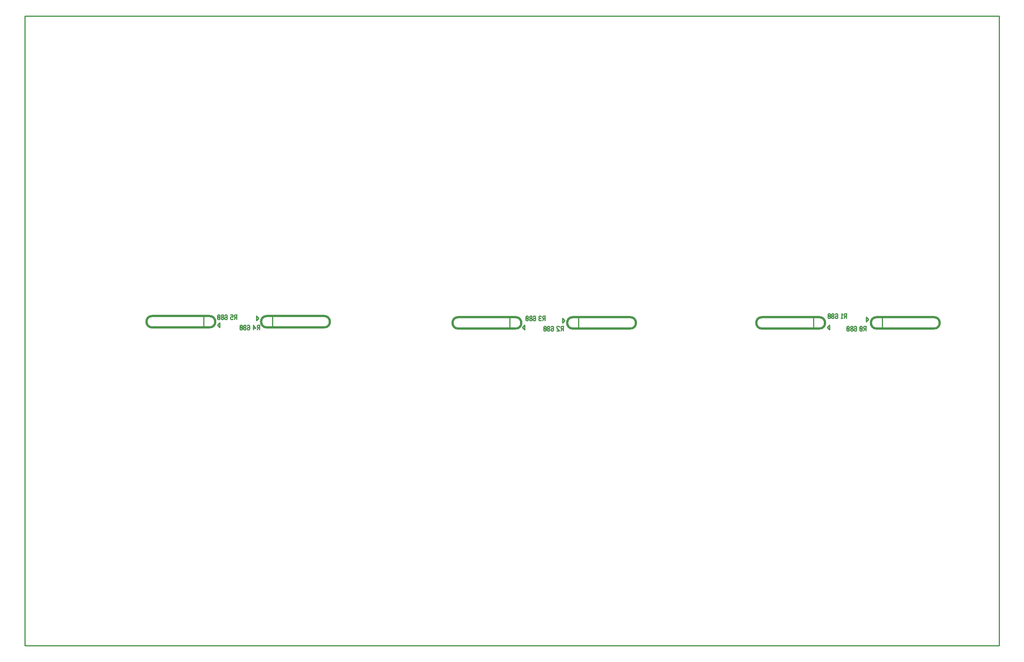
<source format=gbr>
G04 start of page 12 for group -4078 idx -4078 *
G04 Title: 24SSR-DC, bottomsilk *
G04 Creator: pcb 20110918 *
G04 CreationDate: 五 12/20 18:00:37 2013 UTC *
G04 For: steve *
G04 Format: Gerber/RS-274X *
G04 PCB-Dimensions: 850000 550000 *
G04 PCB-Coordinate-Origin: lower left *
%MOIN*%
%FSLAX25Y25*%
%LNBOTTOMSILK*%
%ADD241C,0.0200*%
%ADD240C,0.0100*%
G54D240*X0Y550000D02*Y0D01*
Y550000D02*X850000D01*
X0Y0D02*X850000D01*
Y550000D02*Y0D01*
X434000Y278000D02*X436000Y280000D01*
X700000Y278000D02*X702000Y280000D01*
Y276000D01*
X700000Y278000D01*
X168000Y280000D02*X170000Y282000D01*
Y278000D01*
X168000Y280000D01*
X204000Y286000D02*X202000Y288000D01*
Y284000D01*
X204000Y286000D01*
X436000Y280000D02*Y276000D01*
X434000Y278000D01*
X471000Y284000D02*X469000Y286000D01*
Y282000D02*X471000Y284000D01*
X736000Y285000D02*X734000Y287000D01*
Y283000D01*
X736000Y285000D01*
X469000Y286000D02*Y282000D01*
G54D241*X643000Y277000D02*X693000D01*
X643000Y287000D02*X693000D01*
G54D240*X688000Y277000D02*Y287000D01*
G54D241*X693000Y277000D02*G75*G03X693000Y287000I0J5000D01*G01*
X643000D02*G75*G03X643000Y277000I0J-5000D01*G01*
X743000Y287000D02*X793000D01*
X743000Y277000D02*X793000D01*
G54D240*X748000D02*Y287000D01*
G54D241*X743000D02*G75*G03X743000Y277000I0J-5000D01*G01*
X793000D02*G75*G03X793000Y287000I0J5000D01*G01*
X211000Y288000D02*X261000D01*
X211000Y278000D02*X261000D01*
G54D240*X216000D02*Y288000D01*
G54D241*X211000D02*G75*G03X211000Y278000I0J-5000D01*G01*
X261000D02*G75*G03X261000Y288000I0J5000D01*G01*
X111000Y278000D02*X161000D01*
X111000Y288000D02*X161000D01*
G54D240*X156000Y278000D02*Y288000D01*
G54D241*X161000Y278000D02*G75*G03X161000Y288000I0J5000D01*G01*
X111000D02*G75*G03X111000Y278000I0J-5000D01*G01*
X378000Y277000D02*X428000D01*
X378000Y287000D02*X428000D01*
G54D240*X423000Y277000D02*Y287000D01*
G54D241*X428000Y277000D02*G75*G03X428000Y287000I0J5000D01*G01*
X378000D02*G75*G03X378000Y277000I0J-5000D01*G01*
X478000Y287000D02*X528000D01*
X478000Y277000D02*X528000D01*
G54D240*X483000D02*Y287000D01*
G54D241*X478000D02*G75*G03X478000Y277000I0J-5000D01*G01*
X528000D02*G75*G03X528000Y287000I0J5000D01*G01*
G54D240*X203000Y280000D02*X205000D01*
X203000D02*X202500Y279500D01*
Y278500D02*Y279500D01*
X203000Y278000D02*X202500Y278500D01*
X203000Y278000D02*X204500D01*
Y276000D02*Y280000D01*
X203700Y278000D02*X202500Y276000D01*
X201300Y277500D02*X199300Y280000D01*
X198800Y277500D02*X201300D01*
X199300Y276000D02*Y280000D01*
X194300D02*X193800Y279500D01*
X194300Y280000D02*X195300D01*
X195800Y279500D02*X195300Y280000D01*
X195800Y276500D02*Y279500D01*
Y276500D02*X195300Y276000D01*
X194300Y278200D02*X193800Y277700D01*
X194300Y278200D02*X195800D01*
X194300Y276000D02*X195300D01*
X194300D02*X193800Y276500D01*
Y277700D01*
X192600Y276500D02*X192100Y276000D01*
X192600Y276500D02*Y277300D01*
X191900Y278000D01*
X191300D02*X191900D01*
X191300D02*X190600Y277300D01*
Y276500D02*Y277300D01*
X191100Y276000D02*X190600Y276500D01*
X191100Y276000D02*X192100D01*
X192600Y278700D02*X191900Y278000D01*
X192600Y278700D02*Y279500D01*
X192100Y280000D01*
X191100D02*X192100D01*
X191100D02*X190600Y279500D01*
Y278700D02*Y279500D01*
X191300Y278000D02*X190600Y278700D01*
X189400Y276500D02*X188900Y276000D01*
X189400Y276500D02*Y279500D01*
X188900Y280000D01*
X187900D02*X188900D01*
X187900D02*X187400Y279500D01*
Y276500D02*Y279500D01*
X187900Y276000D02*X187400Y276500D01*
X187900Y276000D02*X188900D01*
X189400Y277000D02*X187400Y279000D01*
X183000Y289000D02*X185000D01*
X183000D02*X182500Y288500D01*
Y287500D02*Y288500D01*
X183000Y287000D02*X182500Y287500D01*
X183000Y287000D02*X184500D01*
Y285000D02*Y289000D01*
X183700Y287000D02*X182500Y285000D01*
X179300Y289000D02*X181300D01*
Y287000D02*Y289000D01*
Y287000D02*X180800Y287500D01*
X179800D02*X180800D01*
X179800D02*X179300Y287000D01*
Y285500D02*Y287000D01*
X179800Y285000D02*X179300Y285500D01*
X179800Y285000D02*X180800D01*
X181300Y285500D02*X180800Y285000D01*
X174800Y289000D02*X174300Y288500D01*
X174800Y289000D02*X175800D01*
X176300Y288500D02*X175800Y289000D01*
X176300Y285500D02*Y288500D01*
Y285500D02*X175800Y285000D01*
X174800Y287200D02*X174300Y286700D01*
X174800Y287200D02*X176300D01*
X174800Y285000D02*X175800D01*
X174800D02*X174300Y285500D01*
Y286700D01*
X173100Y285500D02*X172600Y285000D01*
X173100Y285500D02*Y286300D01*
X172400Y287000D01*
X171800D02*X172400D01*
X171800D02*X171100Y286300D01*
Y285500D02*Y286300D01*
X171600Y285000D02*X171100Y285500D01*
X171600Y285000D02*X172600D01*
X173100Y287700D02*X172400Y287000D01*
X173100Y287700D02*Y288500D01*
X172600Y289000D01*
X171600D02*X172600D01*
X171600D02*X171100Y288500D01*
Y287700D02*Y288500D01*
X171800Y287000D02*X171100Y287700D01*
X169900Y285500D02*X169400Y285000D01*
X169900Y285500D02*Y288500D01*
X169400Y289000D01*
X168400D02*X169400D01*
X168400D02*X167900Y288500D01*
Y285500D02*Y288500D01*
X168400Y285000D02*X167900Y285500D01*
X168400Y285000D02*X169400D01*
X169900Y286000D02*X167900Y288000D01*
X468000Y279000D02*X470000D01*
X468000D02*X467500Y278500D01*
Y277500D02*Y278500D01*
X468000Y277000D02*X467500Y277500D01*
X468000Y277000D02*X469500D01*
Y275000D02*Y279000D01*
X468700Y277000D02*X467500Y275000D01*
X466300Y278500D02*X465800Y279000D01*
X464300D02*X465800D01*
X464300D02*X463800Y278500D01*
Y277500D02*Y278500D01*
X466300Y275000D02*X463800Y277500D01*
Y275000D02*X466300D01*
X459300Y279000D02*X458800Y278500D01*
X459300Y279000D02*X460300D01*
X460800Y278500D02*X460300Y279000D01*
X460800Y275500D02*Y278500D01*
Y275500D02*X460300Y275000D01*
X459300Y277200D02*X458800Y276700D01*
X459300Y277200D02*X460800D01*
X459300Y275000D02*X460300D01*
X459300D02*X458800Y275500D01*
Y276700D01*
X457600Y275500D02*X457100Y275000D01*
X457600Y275500D02*Y276300D01*
X456900Y277000D01*
X456300D02*X456900D01*
X456300D02*X455600Y276300D01*
Y275500D02*Y276300D01*
X456100Y275000D02*X455600Y275500D01*
X456100Y275000D02*X457100D01*
X457600Y277700D02*X456900Y277000D01*
X457600Y277700D02*Y278500D01*
X457100Y279000D01*
X456100D02*X457100D01*
X456100D02*X455600Y278500D01*
Y277700D02*Y278500D01*
X456300Y277000D02*X455600Y277700D01*
X454400Y275500D02*X453900Y275000D01*
X454400Y275500D02*Y278500D01*
X453900Y279000D01*
X452900D02*X453900D01*
X452900D02*X452400Y278500D01*
Y275500D02*Y278500D01*
X452900Y275000D02*X452400Y275500D01*
X452900Y275000D02*X453900D01*
X454400Y276000D02*X452400Y278000D01*
X452000Y288000D02*X454000D01*
X452000D02*X451500Y287500D01*
Y286500D02*Y287500D01*
X452000Y286000D02*X451500Y286500D01*
X452000Y286000D02*X453500D01*
Y284000D02*Y288000D01*
X452700Y286000D02*X451500Y284000D01*
X450300Y287500D02*X449800Y288000D01*
X448800D02*X449800D01*
X448800D02*X448300Y287500D01*
X448800Y284000D02*X448300Y284500D01*
X448800Y284000D02*X449800D01*
X450300Y284500D02*X449800Y284000D01*
X448800Y286200D02*X449800D01*
X448300Y286700D02*Y287500D01*
Y284500D02*Y285700D01*
X448800Y286200D01*
X448300Y286700D02*X448800Y286200D01*
X443800Y288000D02*X443300Y287500D01*
X443800Y288000D02*X444800D01*
X445300Y287500D02*X444800Y288000D01*
X445300Y284500D02*Y287500D01*
Y284500D02*X444800Y284000D01*
X443800Y286200D02*X443300Y285700D01*
X443800Y286200D02*X445300D01*
X443800Y284000D02*X444800D01*
X443800D02*X443300Y284500D01*
Y285700D01*
X442100Y284500D02*X441600Y284000D01*
X442100Y284500D02*Y285300D01*
X441400Y286000D01*
X440800D02*X441400D01*
X440800D02*X440100Y285300D01*
Y284500D02*Y285300D01*
X440600Y284000D02*X440100Y284500D01*
X440600Y284000D02*X441600D01*
X442100Y286700D02*X441400Y286000D01*
X442100Y286700D02*Y287500D01*
X441600Y288000D01*
X440600D02*X441600D01*
X440600D02*X440100Y287500D01*
Y286700D02*Y287500D01*
X440800Y286000D02*X440100Y286700D01*
X438900Y284500D02*X438400Y284000D01*
X438900Y284500D02*Y287500D01*
X438400Y288000D01*
X437400D02*X438400D01*
X437400D02*X436900Y287500D01*
Y284500D02*Y287500D01*
X437400Y284000D02*X436900Y284500D01*
X437400Y284000D02*X438400D01*
X438900Y285000D02*X436900Y287000D01*
X732000Y279000D02*X734000D01*
X732000D02*X731500Y278500D01*
Y277500D02*Y278500D01*
X732000Y277000D02*X731500Y277500D01*
X732000Y277000D02*X733500D01*
Y275000D02*Y279000D01*
X732700Y277000D02*X731500Y275000D01*
X730300Y275500D02*X729800Y275000D01*
X730300Y275500D02*Y278500D01*
X729800Y279000D01*
X728800D02*X729800D01*
X728800D02*X728300Y278500D01*
Y275500D02*Y278500D01*
X728800Y275000D02*X728300Y275500D01*
X728800Y275000D02*X729800D01*
X730300Y276000D02*X728300Y278000D01*
X723800Y279000D02*X723300Y278500D01*
X723800Y279000D02*X724800D01*
X725300Y278500D02*X724800Y279000D01*
X725300Y275500D02*Y278500D01*
Y275500D02*X724800Y275000D01*
X723800Y277200D02*X723300Y276700D01*
X723800Y277200D02*X725300D01*
X723800Y275000D02*X724800D01*
X723800D02*X723300Y275500D01*
Y276700D01*
X722100Y275500D02*X721600Y275000D01*
X722100Y275500D02*Y276300D01*
X721400Y277000D01*
X720800D02*X721400D01*
X720800D02*X720100Y276300D01*
Y275500D02*Y276300D01*
X720600Y275000D02*X720100Y275500D01*
X720600Y275000D02*X721600D01*
X722100Y277700D02*X721400Y277000D01*
X722100Y277700D02*Y278500D01*
X721600Y279000D01*
X720600D02*X721600D01*
X720600D02*X720100Y278500D01*
Y277700D02*Y278500D01*
X720800Y277000D02*X720100Y277700D01*
X718900Y275500D02*X718400Y275000D01*
X718900Y275500D02*Y278500D01*
X718400Y279000D01*
X717400D02*X718400D01*
X717400D02*X716900Y278500D01*
Y275500D02*Y278500D01*
X717400Y275000D02*X716900Y275500D01*
X717400Y275000D02*X718400D01*
X718900Y276000D02*X716900Y278000D01*
X715000Y290000D02*X717000D01*
X715000D02*X714500Y289500D01*
Y288500D02*Y289500D01*
X715000Y288000D02*X714500Y288500D01*
X715000Y288000D02*X716500D01*
Y286000D02*Y290000D01*
X715700Y288000D02*X714500Y286000D01*
X713300Y289200D02*X712500Y290000D01*
Y286000D02*Y290000D01*
X711800Y286000D02*X713300D01*
X707300Y290000D02*X706800Y289500D01*
X707300Y290000D02*X708300D01*
X708800Y289500D02*X708300Y290000D01*
X708800Y286500D02*Y289500D01*
Y286500D02*X708300Y286000D01*
X707300Y288200D02*X706800Y287700D01*
X707300Y288200D02*X708800D01*
X707300Y286000D02*X708300D01*
X707300D02*X706800Y286500D01*
Y287700D01*
X705600Y286500D02*X705100Y286000D01*
X705600Y286500D02*Y287300D01*
X704900Y288000D01*
X704300D02*X704900D01*
X704300D02*X703600Y287300D01*
Y286500D02*Y287300D01*
X704100Y286000D02*X703600Y286500D01*
X704100Y286000D02*X705100D01*
X705600Y288700D02*X704900Y288000D01*
X705600Y288700D02*Y289500D01*
X705100Y290000D01*
X704100D02*X705100D01*
X704100D02*X703600Y289500D01*
Y288700D02*Y289500D01*
X704300Y288000D02*X703600Y288700D01*
X702400Y286500D02*X701900Y286000D01*
X702400Y286500D02*Y289500D01*
X701900Y290000D01*
X700900D02*X701900D01*
X700900D02*X700400Y289500D01*
Y286500D02*Y289500D01*
X700900Y286000D02*X700400Y286500D01*
X700900Y286000D02*X701900D01*
X702400Y287000D02*X700400Y289000D01*
M02*

</source>
